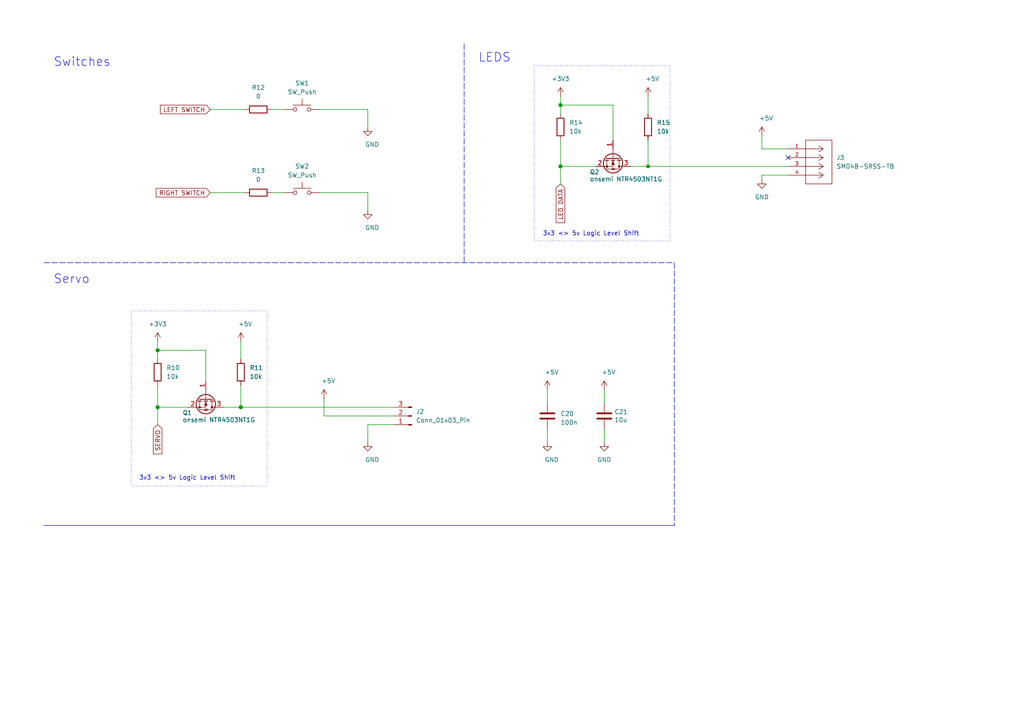
<source format=kicad_sch>
(kicad_sch (version 20250114) (generator "eeschema") (generator_version "9.0")
  (paper "A4")
  (lib_symbols
    (symbol "+3V3_1" (power) (pin_numbers (hide yes)) (pin_names (offset 0) (hide yes))
      (property "Value" "+3V3" (at 0 3.556 0))
      (symbol "+3V3_1_0_1"
        (polyline (pts (xy -0.762 1.27) (xy 0 2.54)))
        (polyline (pts (xy 0 2.54) (xy 0.762 1.27)))
        (polyline (pts (xy 0 0) (xy 0 2.54)))
      )
      (symbol "+3V3_1_1_1"
        (pin power_in line (at 0 0 90) (length 0) (name "~") (number "1"))
      )
    )
    (symbol "Connector:Conn_01x03_Pin" (pin_names (offset 1.016) (hide yes))
      (property "Reference" "J" (at 0 5.08 0))
      (property "Value" "Conn_01x03_Pin" (at 0 -5.08 0))
      (symbol "Conn_01x03_Pin_1_1"
        (rectangle (start 0.8636 2.667) (end 0 2.413) (stroke (width 0.1524)) (fill (type outline)))
        (rectangle (start 0.8636 0.127) (end 0 -0.127) (stroke (width 0.1524)) (fill (type outline)))
        (rectangle (start 0.8636 -2.413) (end 0 -2.667) (stroke (width 0.1524)) (fill (type outline)))
        (polyline (pts (xy 1.27 2.54) (xy 0.8636 2.54)) (stroke (width 0.1524)))
        (polyline (pts (xy 1.27 0) (xy 0.8636 0)) (stroke (width 0.1524)))
        (polyline (pts (xy 1.27 -2.54) (xy 0.8636 -2.54)) (stroke (width 0.1524)))
        (pin passive line (at 5.08 2.54 180) (length 3.81) (name "Pin_1") (number "1"))
        (pin passive line (at 5.08 0 180) (length 3.81) (name "Pin_2") (number "2"))
        (pin passive line (at 5.08 -2.54 180) (length 3.81) (name "Pin_3") (number "3"))
      )
    )
    (symbol "Device:C" (pin_numbers (hide yes)) (pin_names (offset 0.254))
      (property "Reference" "C" (at 0.635 2.54 0))
      (property "Value" "C" (at 0.635 -2.54 0))
      (symbol "C_0_1"
        (polyline (pts (xy -2.032 0.762) (xy 2.032 0.762)) (stroke (width 0.508)))
        (polyline (pts (xy -2.032 -0.762) (xy 2.032 -0.762)) (stroke (width 0.508)))
      )
      (symbol "C_1_1"
        (pin passive line (at 0 3.81 270) (length 2.794) (name "~") (number "1"))
        (pin passive line (at 0 -3.81 90) (length 2.794) (name "~") (number "2"))
      )
    )
    (symbol "Device:R" (pin_numbers (hide yes)) (pin_names (offset 0))
      (property "Reference" "R" (at 2.032 0 90))
      (property "Value" "R" (at 0 0 90))
      (symbol "R_0_1"
        (rectangle (start -1.016 -2.54) (end 1.016 2.54) (stroke (width 0.254)))
      )
      (symbol "R_1_1"
        (pin passive line (at 0 3.81 270) (length 1.27) (name "~") (number "1"))
        (pin passive line (at 0 -3.81 90) (length 1.27) (name "~") (number "2"))
      )
    )
    (symbol "SM04B-SRSS-TB:SM04B-SRSS-TB" (pin_names (offset 1.016))
      (property "Reference" "J" (at 4.1656 5.3086 0))
      (property "Value" "SM04B-SRSS-TB" (at 0 0 0))
      (symbol "SM04B-SRSS-TB_0_0"
        (polyline (pts (xy 5.08 2.54) (xy 5.08 -10.16)) (stroke (width 0.1524)))
        (polyline (pts (xy 5.08 -10.16) (xy 12.7 -10.16)) (stroke (width 0.1524)))
        (polyline (pts (xy 10.16 0) (xy 5.08 0)) (stroke (width 0.1524)))
        (polyline (pts (xy 10.16 0) (xy 8.89 0.8382)) (stroke (width 0.1524)))
        (polyline (pts (xy 10.16 0) (xy 8.89 -0.8382)) (stroke (width 0.1524)))
        (polyline (pts (xy 10.16 -2.54) (xy 5.08 -2.54)) (stroke (width 0.1524)))
        (polyline (pts (xy 10.16 -2.54) (xy 8.89 -1.7018)) (stroke (width 0.1524)))
        (polyline (pts (xy 10.16 -2.54) (xy 8.89 -3.3782)) (stroke (width 0.1524)))
        (polyline (pts (xy 10.16 -5.08) (xy 5.08 -5.08)) (stroke (width 0.1524)))
        (polyline (pts (xy 10.16 -5.08) (xy 8.89 -4.2418)) (stroke (width 0.1524)))
        (polyline (pts (xy 10.16 -5.08) (xy 8.89 -5.9182)) (stroke (width 0.1524)))
        (polyline (pts (xy 10.16 -7.62) (xy 5.08 -7.62)) (stroke (width 0.1524)))
        (polyline (pts (xy 10.16 -7.62) (xy 8.89 -6.7818)) (stroke (width 0.1524)))
        (polyline (pts (xy 10.16 -7.62) (xy 8.89 -8.4582)) (stroke (width 0.1524)))
        (polyline (pts (xy 12.7 2.54) (xy 5.08 2.54)) (stroke (width 0.1524)))
        (polyline (pts (xy 12.7 -10.16) (xy 12.7 2.54)) (stroke (width 0.1524)))
        (pin passive line (at 0 0 0) (length 5.08) (name "~") (number "1"))
        (pin passive line (at 0 -2.54 0) (length 5.08) (name "~") (number "2"))
        (pin passive line (at 0 -5.08 0) (length 5.08) (name "~") (number "3"))
        (pin passive line (at 0 -7.62 0) (length 5.08) (name "~") (number "4"))
      )
    )
    (symbol "Switch:SW_Push" (pin_numbers (hide yes)) (pin_names (offset 1.016) (hide yes))
      (property "Reference" "SW" (at 1.27 2.54 0))
      (property "Value" "SW_Push" (at 0 -1.524 0))
      (symbol "SW_Push_0_1"
        (circle (center -2.032 0) (radius 0.508))
        (polyline (pts (xy 0 1.27) (xy 0 3.048)))
        (circle (center 2.032 0) (radius 0.508))
        (polyline (pts (xy 2.54 1.27) (xy -2.54 1.27)))
        (pin passive line (at -5.08 0 0) (length 2.54) (name "1") (number "1"))
        (pin passive line (at 5.08 0 180) (length 2.54) (name "2") (number "2"))
      )
    )
    (symbol "Transistor_FET:BSS138" (pin_names (offset 0) (hide yes))
      (property "Reference" "Q" (at 5.08 1.905 0))
      (property "Value" "BSS138" (at 5.08 0 0))
      (symbol "BSS138_0_1"
        (polyline (pts (xy 0.254 1.905) (xy 0.254 -1.905)) (stroke (width 0.254)))
        (polyline (pts (xy 0.254 0) (xy -2.54 0)))
        (polyline (pts (xy 0.762 2.286) (xy 0.762 1.27)) (stroke (width 0.254)))
        (polyline (pts (xy 0.762 0.508) (xy 0.762 -0.508)) (stroke (width 0.254)))
        (polyline (pts (xy 0.762 -1.27) (xy 0.762 -2.286)) (stroke (width 0.254)))
        (polyline (pts (xy 0.762 -1.778) (xy 3.302 -1.778) (xy 3.302 1.778) (xy 0.762 1.778)))
        (polyline (pts (xy 1.016 0) (xy 2.032 0.381) (xy 2.032 -0.381) (xy 1.016 0)) (fill (type outline)))
        (circle (center 1.651 0) (radius 2.794) (stroke (width 0.254)))
        (polyline (pts (xy 2.54 2.54) (xy 2.54 1.778)))
        (circle (center 2.54 1.778) (radius 0.254) (fill (type outline)))
        (circle (center 2.54 -1.778) (radius 0.254) (fill (type outline)))
        (polyline (pts (xy 2.54 -2.54) (xy 2.54 0) (xy 0.762 0)))
        (polyline (pts (xy 2.921 0.381) (xy 3.683 0.381)))
        (polyline (pts (xy 3.302 0.381) (xy 2.921 -0.254) (xy 3.683 -0.254) (xy 3.302 0.381)))
      )
      (symbol "BSS138_1_1"
        (pin input line (at -5.08 0 0) (length 2.54) (name "G") (number "1"))
        (pin passive line (at 2.54 5.08 270) (length 2.54) (name "D") (number "3"))
        (pin passive line (at 2.54 -5.08 90) (length 2.54) (name "S") (number "2"))
      )
    )
    (symbol "power:+5V" (power) (pin_numbers (hide yes)) (pin_names (offset 0) (hide yes))
      (property "Value" "+5V" (at 0 3.556 0))
      (symbol "+5V_0_1"
        (polyline (pts (xy -0.762 1.27) (xy 0 2.54)))
        (polyline (pts (xy 0 2.54) (xy 0.762 1.27)))
        (polyline (pts (xy 0 0) (xy 0 2.54)))
      )
      (symbol "+5V_1_1"
        (pin power_in line (at 0 0 90) (length 0) (name "~") (number "1"))
      )
    )
    (symbol "power:GND" (power) (pin_numbers (hide yes)) (pin_names (offset 0) (hide yes))
      (property "Value" "GND" (at 0 -3.81 0))
      (symbol "GND_0_1"
        (polyline (pts (xy 0 0) (xy 0 -1.27) (xy 1.27 -1.27) (xy 0 -2.54) (xy -1.27 -1.27) (xy 0 -1.27)))
      )
      (symbol "GND_1_1"
        (pin power_in line (at 0 0 270) (length 0) (name "~") (number "1"))
      )
    )
  )
  (rectangle (start 38.1 90.17) (end 77.47 140.97) (stroke (width 0) (type dot)))
  (rectangle (start 154.94 19.05) (end 194.31 69.85) (stroke (width 0) (type dot)))
  (text "Servo" (at 15.494 82.55 0) (effects (font (size 2.54 2.54)) (justify left bottom)))
  (text "3v3 <> 5v Logic Level Shift" (at 185.42 68.58 0) (effects (font (size 1.27 1.27)) (justify right bottom)))
  (text "LEDS" (at 138.684 18.288 0) (effects (font (size 2.54 2.54)) (justify left bottom)))
  (text "Switches" (at 15.494 19.558 0) (effects (font (size 2.54 2.54)) (justify left bottom)))
  (text "3v3 <> 5v Logic Level Shift" (at 68.326 139.446 0) (effects (font (size 1.27 1.27)) (justify right bottom)))
  (junction (at 162.56 30.48) (diameter 1.016))
  (junction (at 45.72 118.11) (diameter 1.016))
  (junction (at 69.85 118.11) (diameter 1.016))
  (junction (at 187.96 48.26))
  (junction (at 45.72 101.6) (diameter 1.016))
  (junction (at 162.56 48.26) (diameter 1.016))
  (no_connect (at 228.6 45.72))
  (wire (pts (xy 162.56 48.26) (xy 162.56 53.34)))
  (wire (pts (xy 158.75 113.03) (xy 158.75 116.84)))
  (wire (pts (xy 93.98 120.65) (xy 114.3 120.65)))
  (wire (pts (xy 158.75 124.46) (xy 158.75 128.27)))
  (wire (pts (xy 106.68 31.75) (xy 106.68 36.83)))
  (wire (pts (xy 92.71 31.75) (xy 106.68 31.75)))
  (wire (pts (xy 187.96 27.94) (xy 187.96 33.02)))
  (wire (pts (xy 187.96 40.64) (xy 187.96 48.26)))
  (wire (pts (xy 177.8 30.48) (xy 162.56 30.48)))
  (wire (pts (xy 106.68 123.19) (xy 114.3 123.19)))
  (wire (pts (xy 69.85 99.06) (xy 69.85 104.14)))
  (wire (pts (xy 45.72 118.11) (xy 45.72 123.19)))
  (wire (pts (xy 78.74 31.75) (xy 82.55 31.75)))
  (polyline (pts (xy 12.7 76.2) (xy 195.58 76.2)) (stroke (width 0) (type dash)))
  (wire (pts (xy 45.72 99.06) (xy 45.72 101.6)))
  (wire (pts (xy 162.56 27.94) (xy 162.56 30.48)))
  (wire (pts (xy 78.74 55.88) (xy 82.55 55.88)))
  (wire (pts (xy 187.96 48.26) (xy 228.6 48.26)))
  (wire (pts (xy 45.72 101.6) (xy 45.72 104.14)))
  (wire (pts (xy 45.72 111.76) (xy 45.72 118.11)))
  (wire (pts (xy 64.77 118.11) (xy 69.85 118.11)))
  (wire (pts (xy 60.96 55.88) (xy 71.12 55.88)))
  (wire (pts (xy 60.96 31.75) (xy 71.12 31.75)))
  (wire (pts (xy 54.61 118.11) (xy 45.72 118.11)))
  (wire (pts (xy 69.85 118.11) (xy 114.3 118.11)))
  (wire (pts (xy 106.68 55.88) (xy 106.68 60.96)))
  (polyline (pts (xy 195.58 76.2) (xy 195.58 152.4)) (stroke (width 0) (type dash)))
  (wire (pts (xy 175.26 113.03) (xy 175.26 116.84)))
  (wire (pts (xy 59.69 110.49) (xy 59.69 101.6)))
  (wire (pts (xy 172.72 48.26) (xy 162.56 48.26)))
  (wire (pts (xy 106.68 128.27) (xy 106.68 123.19)))
  (wire (pts (xy 220.98 43.18) (xy 228.6 43.18)))
  (wire (pts (xy 93.98 115.57) (xy 93.98 120.65)))
  (polyline (pts (xy 12.7 152.4) (xy 195.58 152.4)))
  (wire (pts (xy 59.69 101.6) (xy 45.72 101.6)))
  (wire (pts (xy 177.8 40.64) (xy 177.8 30.48)))
  (polyline (pts (xy 134.62 12.7) (xy 134.62 76.2)) (stroke (width 0) (type dash)))
  (wire (pts (xy 175.26 124.46) (xy 175.26 128.27)))
  (wire (pts (xy 228.6 50.8) (xy 220.98 50.8)))
  (wire (pts (xy 162.56 30.48) (xy 162.56 33.02)))
  (wire (pts (xy 220.98 39.37) (xy 220.98 43.18)))
  (wire (pts (xy 182.88 48.26) (xy 187.96 48.26)))
  (wire (pts (xy 69.85 111.76) (xy 69.85 118.11)))
  (wire (pts (xy 220.98 50.8) (xy 220.98 52.07)))
  (wire (pts (xy 162.56 40.64) (xy 162.56 48.26)))
  (wire (pts (xy 92.71 55.88) (xy 106.68 55.88)))
  (global_label "LED DATA" (shape input) (at 162.56 53.34 270) (property "Intersheetrefs" "${INTERSHEET_REFS}" (effects (hide yes))))
  (global_label "SERVO" (shape input) (at 45.72 123.19 270) (property "Intersheetrefs" "${INTERSHEET_REFS}" (effects (hide yes))))
  (global_label "RIGHT SWITCH" (shape input) (at 60.96 55.88 180) (property "Intersheetrefs" "${INTERSHEET_REFS}" (effects (hide yes))))
  (global_label "LEFT SWITCH" (shape input) (at 60.96 31.75 180) (property "Intersheetrefs" "${INTERSHEET_REFS}" (effects (hide yes))))
  (symbol (lib_id "power:GND") (at 158.75 128.27 0) (unit 1)
    (property "Reference" "#PWR037" (effects (hide yes)))
    (property "Value" "GND" (at 160.02 133.35 0))
  )
  (symbol (lib_id "power:+5V") (at 175.26 113.03 0) (unit 1)
    (property "Reference" "#PWR039" (effects (hide yes)))
    (property "Value" "+5V" (at 176.53 107.95 0))
  )
  (symbol (lib_id "power:+5V") (at 220.98 39.37 0) (unit 1)
    (property "Reference" "#PWR042" (effects (hide yes)))
    (property "Value" "+5V" (at 222.25 34.29 0))
  )
  (symbol (lib_id "power:GND") (at 220.98 52.07 0) (unit 1)
    (property "Reference" "#PWR043" (effects (hide yes)))
    (property "Value" "GND" (at 220.98 57.15 0))
    (property "Description" "Power symbol creates a global label with name \"GND\" , ground" (effects (hide yes)))
  )
  (symbol (lib_id "power:GND") (at 175.26 128.27 0) (unit 1)
    (property "Reference" "#PWR040" (effects (hide yes)))
    (property "Value" "GND" (at 175.26 133.35 0))
    (property "Description" "Power symbol creates a global label with name \"GND\" , ground" (effects (hide yes)))
  )
  (symbol (lib_id "SM04B-SRSS-TB:SM04B-SRSS-TB") (at 228.6 43.18 0) (unit 1)
    (property "Reference" "J3" (at 242.57 45.7199 0) (effects (justify left)))
    (property "Value" "SM04B-SRSS-TB" (at 242.57 48.2599 0) (effects (justify left)))
    (property "Footprint" "SM04B-SRSS-TB:CONN_SM04B-SRSS-TB_JST" (effects (hide yes)))
    (property "MF" "JST Sales" (effects (hide yes)))
    (property "Description_1" "Connector Header Surface Mount, Right Angle 4 position 0.039 (1.00mm)" (effects (hide yes)))
    (property "COPYRIGHT" "Copyright (C) 2024 Ultra Librarian. All rights reserved." (effects (hide yes)))
    (property "Package" "None" (effects (hide yes)))
    (property "Price" "None" (effects (hide yes)))
    (property "Check_prices" "https://www.snapeda.com/parts/SM04B-SRSS-TB/JST/view-part/?ref=eda" (effects (hide yes)))
    (property "Availability" "In Stock" (effects (hide yes)))
    (property "SnapEDA_Link" "https://www.snapeda.com/parts/SM04B-SRSS-TB/JST/view-part/?ref=snap" (effects (hide yes)))
    (property "MP" "SM04B-SRSS-TB" (effects (hide yes)))
    (property "MFR_NAME" "JST" (effects (hide yes)))
    (property "MANUFACTURER_PART_NUMBER" "SM04B-SRSS-TB" (effects (hide yes)))
  )
  (symbol (lib_id "Device:R") (at 69.85 107.95 180) (unit 1)
    (property "Reference" "R11" (at 72.39 106.68 0) (effects (justify right)))
    (property "Value" "10k" (at 72.39 109.22 0) (effects (justify right)))
    (property "Footprint" "Resistor_SMD:R_0603_1608Metric" (effects (hide yes)))
    (property "MPN" "10k 0603" (effects (hide yes)))
  )
  (symbol (lib_id "Device:R") (at 74.93 55.88 90) (unit 1)
    (property "Reference" "R13" (at 74.93 49.53 90))
    (property "Value" "0" (at 74.93 52.07 90))
    (property "Footprint" "Capacitor_SMD:C_0603_1608Metric" (effects (hide yes)))
    (property "Description" "Resistor" (effects (hide yes)))
  )
  (symbol (lib_id "power:+5V") (at 187.96 27.94 0) (unit 1)
    (property "Reference" "#PWR041" (effects (hide yes)))
    (property "Value" "+5V" (at 189.23 22.86 0))
  )
  (symbol (lib_name "+3V3_1") (lib_id "power:+3V3") (at 45.72 99.06 0) (unit 1)
    (property "Reference" "#PWR030" (effects (hide yes)))
    (property "Value" "+3V3" (at 45.72 93.98 0))
    (property "Description" "Power symbol creates a global label with name \"+3V3\"" (effects (hide yes)))
  )
  (symbol (lib_id "power:GND") (at 106.68 128.27 0) (unit 1)
    (property "Reference" "#PWR035" (effects (hide yes)))
    (property "Value" "GND" (at 107.95 133.35 0))
  )
  (symbol (lib_id "power:+5V") (at 93.98 115.57 0) (unit 1)
    (property "Reference" "#PWR032" (effects (hide yes)))
    (property "Value" "+5V" (at 95.25 110.49 0))
  )
  (symbol (lib_id "Transistor_FET:BSS138") (at 59.69 115.57 270) (unit 1)
    (property "Reference" "Q1" (at 52.9336 119.7356 90) (effects (justify left)))
    (property "Value" "onsemi NTR4503NT1G" (at 52.9336 121.793 90) (effects (justify left)))
    (property "Footprint" "Package_TO_SOT_SMD:SOT-23" (effects (hide yes)))
    (property "Datasheet" "https://www.onsemi.com/pub/Collateral/BSS138-D.PDF" (effects (hide yes)))
    (property "Description" "50V Vds, 0.22A Id, N-Channel MOSFET, SOT-23" (effects (hide yes)))
    (property "MPN" "NTR4503NT1G" (effects (hide yes)))
  )
  (symbol (lib_id "Transistor_FET:BSS138") (at 177.8 45.72 270) (unit 1)
    (property "Reference" "Q2" (at 171.0436 49.8856 90) (effects (justify left)))
    (property "Value" "onsemi NTR4503NT1G" (at 171.0436 51.943 90) (effects (justify left)))
    (property "Footprint" "Package_TO_SOT_SMD:SOT-23" (effects (hide yes)))
    (property "Datasheet" "https://www.onsemi.com/pub/Collateral/BSS138-D.PDF" (effects (hide yes)))
    (property "Description" "50V Vds, 0.22A Id, N-Channel MOSFET, SOT-23" (effects (hide yes)))
    (property "MPN" "NTR4503NT1G" (effects (hide yes)))
  )
  (symbol (lib_id "Device:R") (at 162.56 36.83 180) (unit 1)
    (property "Reference" "R14" (at 165.1 35.56 0) (effects (justify right)))
    (property "Value" "10k" (at 165.1 38.1 0) (effects (justify right)))
    (property "Footprint" "Resistor_SMD:R_0603_1608Metric" (effects (hide yes)))
    (property "MPN" "10k 0603" (effects (hide yes)))
  )
  (symbol (lib_id "Connector:Conn_01x03_Pin") (at 119.38 120.65 180) (unit 1)
    (property "Reference" "J2" (at 120.65 119.3799 0) (effects (justify right)))
    (property "Value" "Conn_01x03_Pin" (at 120.65 121.9199 0) (effects (justify right)))
    (property "Footprint" "Connector_PinHeader_2.54mm:PinHeader_1x03_P2.54mm_Horizontal" (effects (hide yes)))
    (property "Description" "Generic connector, single row, 01x03, script generated" (effects (hide yes)))
  )
  (symbol (lib_id "power:GND") (at 106.68 60.96 0) (unit 1)
    (property "Reference" "#PWR034" (effects (hide yes)))
    (property "Value" "GND" (at 107.95 66.04 0))
  )
  (symbol (lib_id "Device:C") (at 158.75 120.65 0) (unit 1)
    (property "Reference" "C20" (at 162.56 120.0149 0) (effects (justify left)))
    (property "Value" "100n" (at 162.56 122.5549 0) (effects (justify left)))
    (property "Footprint" "Capacitor_SMD:C_0603_1608Metric" (effects (hide yes)))
    (property "MPN" "100n 0603" (effects (hide yes)))
  )
  (symbol (lib_id "Device:R") (at 45.72 107.95 180) (unit 1)
    (property "Reference" "R10" (at 48.26 106.68 0) (effects (justify right)))
    (property "Value" "10k" (at 48.26 109.22 0) (effects (justify right)))
    (property "Footprint" "Resistor_SMD:R_0603_1608Metric" (effects (hide yes)))
    (property "MPN" "10k 0603" (effects (hide yes)))
  )
  (symbol (lib_id "Device:R") (at 187.96 36.83 180) (unit 1)
    (property "Reference" "R15" (at 190.5 35.56 0) (effects (justify right)))
    (property "Value" "10k" (at 190.5 38.1 0) (effects (justify right)))
    (property "Footprint" "Resistor_SMD:R_0603_1608Metric" (effects (hide yes)))
    (property "MPN" "10k 0603" (effects (hide yes)))
  )
  (symbol (lib_id "power:+5V") (at 158.75 113.03 0) (unit 1)
    (property "Reference" "#PWR036" (effects (hide yes)))
    (property "Value" "+5V" (at 160.02 107.95 0))
  )
  (symbol (lib_id "Device:C") (at 175.26 120.65 0) (unit 1)
    (property "Reference" "C21" (at 178.181 119.4816 0) (effects (justify left)))
    (property "Value" "10u" (at 178.181 121.793 0) (effects (justify left)))
    (property "Footprint" "Capacitor_SMD:C_0805_2012Metric" (effects (hide yes)))
  )
  (symbol (lib_id "Device:R") (at 74.93 31.75 90) (unit 1)
    (property "Reference" "R12" (at 74.93 25.4 90))
    (property "Value" "0" (at 74.93 27.94 90))
    (property "Footprint" "Capacitor_SMD:C_0603_1608Metric" (effects (hide yes)))
    (property "Description" "Resistor" (effects (hide yes)))
  )
  (symbol (lib_id "Switch:SW_Push") (at 87.63 31.75 0) (unit 1)
    (property "Reference" "SW1" (at 87.63 24.13 0))
    (property "Value" "SW_Push" (at 87.63 26.67 0))
    (property "Footprint" "cherry-mx-low-profile:SW_MX_LowProfile_THT" (effects (hide yes)))
    (property "Description" "Push button switch, generic, two pins" (effects (hide yes)))
  )
  (symbol (lib_id "power:GND") (at 106.68 36.83 0) (unit 1)
    (property "Reference" "#PWR033" (effects (hide yes)))
    (property "Value" "GND" (at 107.95 41.91 0))
  )
  (symbol (lib_id "Switch:SW_Push") (at 87.63 55.88 0) (unit 1)
    (property "Reference" "SW2" (at 87.63 48.26 0))
    (property "Value" "SW_Push" (at 87.63 50.8 0))
    (property "Footprint" "cherry-mx-low-profile:SW_MX_LowProfile_THT" (effects (hide yes)))
    (property "Description" "Push button switch, generic, two pins" (effects (hide yes)))
  )
  (symbol (lib_id "power:+5V") (at 69.85 99.06 0) (unit 1)
    (property "Reference" "#PWR031" (effects (hide yes)))
    (property "Value" "+5V" (at 71.12 93.98 0))
  )
  (symbol (lib_name "+3V3_1") (lib_id "power:+3V3") (at 162.56 27.94 0) (unit 1)
    (property "Reference" "#PWR038" (effects (hide yes)))
    (property "Value" "+3V3" (at 162.56 22.86 0))
    (property "Description" "Power symbol creates a global label with name \"+3V3\"" (effects (hide yes)))
  )
)
</source>
